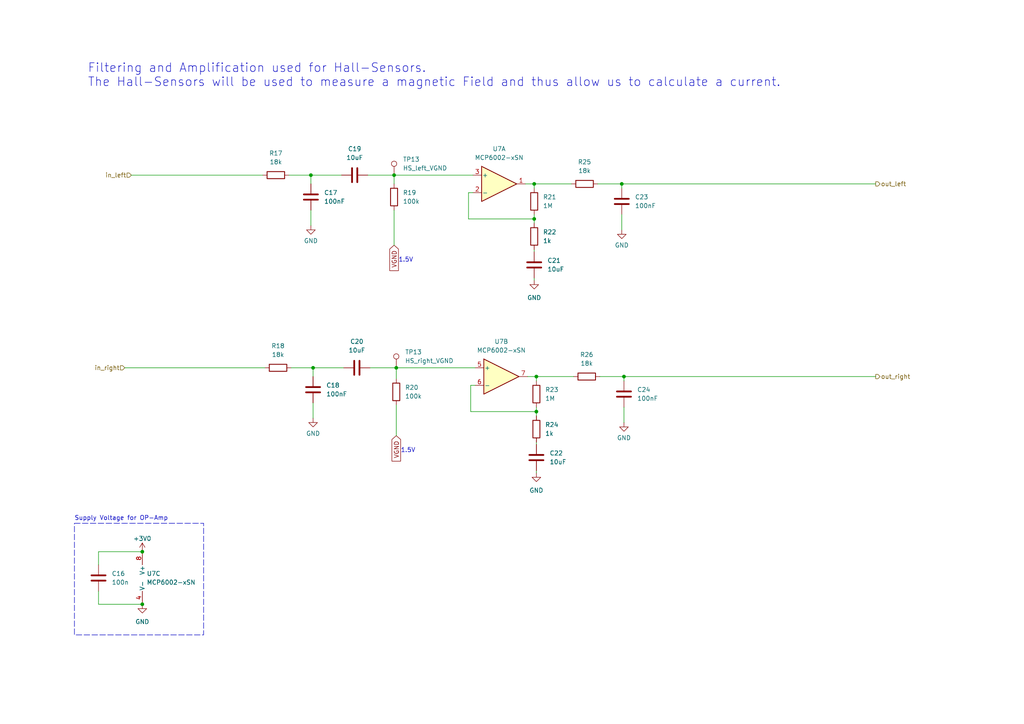
<source format=kicad_sch>
(kicad_sch (version 20230121) (generator eeschema)
  (paper "A4")
  (title_block (title "Amplifiers and Filters for Hall-Sensor") (date "2022-12-22") (rev "V.1.1") (company "ZHAW") (comment 1 "Created by: horvaale & weytim01") (comment 2 "Hall-Sensor's used to measure magnetic Field (current)"))
  (lib_symbols
    (symbol "Amplifier_Operational:MCP6002-xSN" (pin_names (offset 0.127))
      (property "Reference" "U" (at 0 5.08 0))
      (property "Value" "MCP6002-xSN" (at 0 -5.08 0))
      (symbol "MCP6002-xSN_1_1"
        (polyline (pts (xy -5.08 5.08) (xy 5.08 0) (xy -5.08 -5.08) (xy -5.08 5.08)) (stroke (width 0.254)) (fill (type background)))
        (pin output line (at 7.62 0 180) (length 2.54) (name "~") (number "1"))
        (pin input line (at -7.62 -2.54 0) (length 2.54) (name "-") (number "2"))
        (pin input line (at -7.62 2.54 0) (length 2.54) (name "+") (number "3"))
      )
      (symbol "MCP6002-xSN_2_1"
        (polyline (pts (xy -5.08 5.08) (xy 5.08 0) (xy -5.08 -5.08) (xy -5.08 5.08)) (stroke (width 0.254)) (fill (type background)))
        (pin input line (at -7.62 2.54 0) (length 2.54) (name "+") (number "5"))
        (pin input line (at -7.62 -2.54 0) (length 2.54) (name "-") (number "6"))
        (pin output line (at 7.62 0 180) (length 2.54) (name "~") (number "7"))
      )
      (symbol "MCP6002-xSN_3_1"
        (pin power_in line (at -2.54 -7.62 90) (length 3.81) (name "V-") (number "4"))
        (pin power_in line (at -2.54 7.62 270) (length 3.81) (name "V+") (number "8"))
      )
    )
    (symbol "Connector:TestPoint" (pin_numbers hide) (pin_names (offset 0.762) hide)
      (property "Reference" "TP" (at 0 6.858 0))
      (property "Value" "TestPoint" (at 0 5.08 0))
      (symbol "TestPoint_0_1"
        (circle (center 0 3.302) (radius 0.762))
      )
      (symbol "TestPoint_1_1"
        (pin passive line (at 0 0 90) (length 2.54) (name "1") (number "1"))
      )
    )
    (symbol "Device:C" (pin_numbers hide) (pin_names (offset 0.254))
      (property "Reference" "C" (at 0.635 2.54 0))
      (property "Value" "C" (at 0.635 -2.54 0))
      (symbol "C_0_1"
        (polyline (pts (xy -2.032 -0.762) (xy 2.032 -0.762)) (stroke (width 0.508)))
        (polyline (pts (xy -2.032 0.762) (xy 2.032 0.762)) (stroke (width 0.508)))
      )
      (symbol "C_1_1"
        (pin passive line (at 0 3.81 270) (length 2.794) (name "~") (number "1"))
        (pin passive line (at 0 -3.81 90) (length 2.794) (name "~") (number "2"))
      )
    )
    (symbol "Device:R" (pin_numbers hide) (pin_names (offset 0))
      (property "Reference" "R" (at 2.032 0 90))
      (property "Value" "R" (at 0 0 90))
      (symbol "R_0_1"
        (rectangle (start -1.016 -2.54) (end 1.016 2.54) (stroke (width 0.254)))
      )
      (symbol "R_1_1"
        (pin passive line (at 0 3.81 270) (length 1.27) (name "~") (number "1"))
        (pin passive line (at 0 -3.81 90) (length 1.27) (name "~") (number "2"))
      )
    )
    (symbol "power:+3V0" (power) (pin_names (offset 0))
      (property "Value" "+3V0" (at 0 3.556 0))
      (symbol "+3V0_0_1"
        (polyline (pts (xy -0.762 1.27) (xy 0 2.54)))
        (polyline (pts (xy 0 0) (xy 0 2.54)))
        (polyline (pts (xy 0 2.54) (xy 0.762 1.27)))
      )
      (symbol "+3V0_1_1"
        (pin power_in line (at 0 0 90) (length 0) hide (name "+3V0") (number "1"))
      )
    )
    (symbol "power:GND" (power) (pin_names (offset 0))
      (property "Value" "GND" (at 0 -3.81 0))
      (symbol "GND_0_1"
        (polyline (pts (xy 0 0) (xy 0 -1.27) (xy 1.27 -1.27) (xy 0 -2.54) (xy -1.27 -1.27) (xy 0 -1.27)))
      )
      (symbol "GND_1_1"
        (pin power_in line (at 0 0 270) (length 0) hide (name "GND") (number "1"))
      )
    )
  )
  (junction (at 114.935 106.68))
  (junction (at 180.975 109.22))
  (junction (at 154.94 53.34))
  (junction (at 90.17 50.8))
  (junction (at 155.575 119.38))
  (junction (at 114.3 50.8))
  (junction (at 180.34 53.34))
  (junction (at 41.275 175.26))
  (junction (at 155.575 109.22))
  (junction (at 41.275 160.02))
  (junction (at 90.805 106.68))
  (junction (at 154.94 63.5))
  (wire (pts (xy 180.975 118.11) (xy 180.975 122.555)))
  (wire (pts (xy 137.16 55.88) (xy 135.89 55.88)))
  (wire (pts (xy 154.94 72.39) (xy 154.94 73.025)))
  (wire (pts (xy 135.89 55.88) (xy 135.89 63.5)))
  (wire (pts (xy 36.195 106.68) (xy 76.835 106.68)))
  (wire (pts (xy 180.975 109.22) (xy 180.975 110.49)))
  (wire (pts (xy 114.935 106.68) (xy 114.935 109.855)))
  (wire (pts (xy 114.3 50.8) (xy 137.16 50.8)))
  (wire (pts (xy 180.34 53.34) (xy 254 53.34)))
  (wire (pts (xy 180.975 109.22) (xy 254 109.22)))
  (wire (pts (xy 28.575 160.02) (xy 41.275 160.02)))
  (wire (pts (xy 155.575 119.38) (xy 155.575 120.65)))
  (wire (pts (xy 180.34 62.23) (xy 180.34 66.675)))
  (wire (pts (xy 90.17 50.8) (xy 90.17 53.34)))
  (wire (pts (xy 135.89 63.5) (xy 154.94 63.5)))
  (wire (pts (xy 154.94 62.23) (xy 154.94 63.5)))
  (wire (pts (xy 114.3 50.8) (xy 114.3 53.34)))
  (wire (pts (xy 155.575 109.22) (xy 155.575 110.49)))
  (wire (pts (xy 114.935 106.68) (xy 137.795 106.68)))
  (wire (pts (xy 90.805 106.68) (xy 99.695 106.68)))
  (wire (pts (xy 28.575 175.26) (xy 41.275 175.26)))
  (wire (pts (xy 136.525 119.38) (xy 155.575 119.38)))
  (wire (pts (xy 38.1 50.8) (xy 76.2 50.8)))
  (wire (pts (xy 173.99 109.22) (xy 180.975 109.22)))
  (wire (pts (xy 90.805 106.68) (xy 90.805 109.22)))
  (wire (pts (xy 152.4 53.34) (xy 154.94 53.34)))
  (wire (pts (xy 28.575 163.83) (xy 28.575 160.02)))
  (wire (pts (xy 180.34 53.34) (xy 180.34 54.61)))
  (wire (pts (xy 28.575 171.45) (xy 28.575 175.26)))
  (wire (pts (xy 107.315 106.68) (xy 114.935 106.68)))
  (wire (pts (xy 154.94 63.5) (xy 154.94 64.77)))
  (wire (pts (xy 90.17 50.8) (xy 99.06 50.8)))
  (wire (pts (xy 84.455 106.68) (xy 90.805 106.68)))
  (wire (pts (xy 153.035 109.22) (xy 155.575 109.22)))
  (wire (pts (xy 155.575 118.11) (xy 155.575 119.38)))
  (wire (pts (xy 106.68 50.8) (xy 114.3 50.8)))
  (wire (pts (xy 137.795 111.76) (xy 136.525 111.76)))
  (wire (pts (xy 154.94 53.34) (xy 154.94 54.61)))
  (wire (pts (xy 136.525 111.76) (xy 136.525 119.38)))
  (wire (pts (xy 155.575 109.22) (xy 166.37 109.22)))
  (wire (pts (xy 155.575 128.27) (xy 155.575 128.905)))
  (wire (pts (xy 173.355 53.34) (xy 180.34 53.34)))
  (wire (pts (xy 155.575 136.525) (xy 155.575 137.16)))
  (wire (pts (xy 114.935 117.475) (xy 114.935 126.365)))
  (wire (pts (xy 154.94 80.645) (xy 154.94 81.28)))
  (wire (pts (xy 90.805 116.84) (xy 90.805 121.285)))
  (wire (pts (xy 114.3 60.96) (xy 114.3 71.12)))
  (wire (pts (xy 90.17 60.96) (xy 90.17 65.405)))
  (wire (pts (xy 154.94 53.34) (xy 165.735 53.34)))
  (wire (pts (xy 83.82 50.8) (xy 90.17 50.8)))
  (rectangle (start 21.59 151.765) (end 59.055 184.15) (stroke (width 0) (type dash)))
  (text "1.5V\n" (at 116.205 131.445 0) (effects (font (size 1.27 1.27)) (justify left bottom)))
  (text "Filtering and Amplification used for Hall-Sensors.\nThe Hall-Sensors will be used to measure a magnetic Field and thus allow us to calculate a current." (at 25.4 25.4 0) (effects (font (size 2.54 2.54)) (justify left bottom)))
  (text "Supply Voltage for OP-Amp\n" (at 21.59 151.13 0) (effects (font (size 1.27 1.27)) (justify left bottom)))
  (text "1.5V\n" (at 115.57 76.2 0) (effects (font (size 1.27 1.27)) (justify left bottom)))
  (global_label "VGND" (shape input) (at 114.935 126.365 270) (property "Intersheetrefs" "${INTERSHEET_REFS}" (effects hide)))
  (global_label "VGND" (shape input) (at 114.3 71.12 270) (property "Intersheetrefs" "${INTERSHEET_REFS}" (effects hide)))
  (hierarchical_label "in_right" (shape input) (at 36.195 106.68 180))
  (hierarchical_label "in_left" (shape input) (at 38.1 50.8 180))
  (hierarchical_label "out_left" (shape output) (at 254 53.34 0))
  (hierarchical_label "out_right" (shape output) (at 254 109.22 0))
  (symbol (lib_id "Device:C") (at 154.94 76.835 0) (unit 1)
    (property "Reference" "C21" (at 158.75 75.565 0) (effects (justify left)))
    (property "Value" "10uF" (at 158.75 78.105 0) (effects (justify left)))
    (property "Footprint" "Capacitor_SMD:C_0805_2012Metric_Pad1.18x1.45mm_HandSolder" (effects hide))
  )
  (symbol (lib_id "Device:C") (at 180.975 114.3 0) (unit 1)
    (property "Reference" "C24" (at 184.785 113.03 0) (effects (justify left)))
    (property "Value" "100nF" (at 184.785 115.57 0) (effects (justify left)))
    (property "Footprint" "Capacitor_SMD:C_0805_2012Metric_Pad1.18x1.45mm_HandSolder" (effects hide))
  )
  (symbol (lib_id "Amplifier_Operational:MCP6002-xSN") (at 145.415 109.22 0) (unit 2)
    (property "Reference" "U7" (at 145.415 99.06 0))
    (property "Value" "MCP6002-xSN" (at 145.415 101.6 0))
    (property "Footprint" "Package_SO:SOIC-8_3.9x4.9mm_P1.27mm" (effects hide))
    (property "Datasheet" "http://ww1.microchip.com/downloads/en/DeviceDoc/21733j.pdf" (effects hide))
    (property "Sim.Library" "spice\\MCP6002.lib" (effects hide))
    (property "Sim.Name" "MCP6002" (effects hide))
    (property "Sim.Pins" "1=1out 2=1in- 3=1in+ 4=vcc- 5=2in+ 6=2in- 7=2out 8=vcc+" (effects hide))
  )
  (symbol (lib_id "Connector:TestPoint") (at 114.3 50.8 0) (unit 1)
    (property "Reference" "TP13" (at 116.84 46.228 0) (effects (justify left)))
    (property "Value" "HS_left_VGND" (at 116.84 48.768 0) (effects (justify left)))
    (property "Footprint" "TestPoint:TestPoint_Loop_D2.60mm_Drill1.6mm_Beaded" (effects hide))
    (property "Sim.Enable" "0" (effects hide))
    (property "Sim.Device" "SPICE" (effects hide))
    (property "Sim.Params" "type=\"R\" model=\"coil_left\" lib=\"\"" (effects hide))
    (property "Sim.Pins" "1=1" (effects hide))
    (instances (project "Cable_Monitor" (path "" (reference "TP13") (unit 1)) (path "" (reference "TP21") (unit 1))))
  )
  (symbol (lib_id "power:GND") (at 180.975 122.555 0) (unit 1)
    (property "Reference" "#PWR050" (effects hide))
    (property "Value" "GND" (at 180.975 127 0))
  )
  (symbol (lib_id "power:GND") (at 155.575 137.16 0) (unit 1)
    (property "Reference" "#PWR048" (effects hide))
    (property "Value" "GND" (at 155.575 142.24 0))
  )
  (symbol (lib_id "Device:C") (at 90.17 57.15 180) (unit 1)
    (property "Reference" "C17" (at 93.98 55.88 0) (effects (justify right)))
    (property "Value" "100nF" (at 93.98 58.42 0) (effects (justify right)))
    (property "Footprint" "Capacitor_SMD:C_0805_2012Metric_Pad1.18x1.45mm_HandSolder" (effects hide))
  )
  (symbol (lib_id "Device:R") (at 80.645 106.68 90) (unit 1)
    (property "Reference" "R18" (at 80.645 100.33 90))
    (property "Value" "18k" (at 80.645 102.87 90))
    (property "Footprint" "Resistor_SMD:R_0805_2012Metric_Pad1.20x1.40mm_HandSolder" (effects hide))
  )
  (symbol (lib_id "Device:C") (at 180.34 58.42 0) (unit 1)
    (property "Reference" "C23" (at 184.15 57.15 0) (effects (justify left)))
    (property "Value" "100nF" (at 184.15 59.69 0) (effects (justify left)))
    (property "Footprint" "Capacitor_SMD:C_0805_2012Metric_Pad1.18x1.45mm_HandSolder" (effects hide))
  )
  (symbol (lib_id "Device:R") (at 114.935 113.665 0) (unit 1)
    (property "Reference" "R20" (at 117.475 112.395 0) (effects (justify left)))
    (property "Value" "100k" (at 117.475 114.935 0) (effects (justify left)))
    (property "Footprint" "Resistor_SMD:R_0805_2012Metric_Pad1.20x1.40mm_HandSolder" (effects hide))
  )
  (symbol (lib_id "Device:C") (at 102.87 50.8 90) (unit 1)
    (property "Reference" "C19" (at 102.87 43.18 90))
    (property "Value" "10uF" (at 102.87 45.72 90))
    (property "Footprint" "Capacitor_SMD:C_0805_2012Metric_Pad1.18x1.45mm_HandSolder" (effects hide))
  )
  (symbol (lib_id "power:GND") (at 180.34 66.675 0) (unit 1)
    (property "Reference" "#PWR049" (effects hide))
    (property "Value" "GND" (at 180.34 71.12 0))
  )
  (symbol (lib_id "Device:R") (at 80.01 50.8 90) (unit 1)
    (property "Reference" "R17" (at 80.01 44.45 90))
    (property "Value" "18k" (at 80.01 46.99 90))
    (property "Footprint" "Resistor_SMD:R_0805_2012Metric_Pad1.20x1.40mm_HandSolder" (effects hide))
  )
  (symbol (lib_id "Device:R") (at 154.94 68.58 0) (unit 1)
    (property "Reference" "R22" (at 157.48 67.3099 0) (effects (justify left)))
    (property "Value" "1k" (at 157.48 69.8499 0) (effects (justify left)))
    (property "Footprint" "Resistor_SMD:R_0805_2012Metric_Pad1.20x1.40mm_HandSolder" (effects hide))
  )
  (symbol (lib_id "Amplifier_Operational:MCP6002-xSN") (at 144.78 53.34 0) (unit 1)
    (property "Reference" "U7" (at 144.78 43.18 0))
    (property "Value" "MCP6002-xSN" (at 144.78 45.72 0))
    (property "Footprint" "Package_SO:SOIC-8_3.9x4.9mm_P1.27mm" (effects hide))
    (property "Datasheet" "http://ww1.microchip.com/downloads/en/DeviceDoc/21733j.pdf" (effects hide))
    (property "Sim.Library" "spice\\MCP6002.lib" (effects hide))
    (property "Sim.Name" "MCP6002" (effects hide))
    (property "Sim.Pins" "1=1out 2=1in- 3=1in+ 4=vcc- 5=2in+ 6=2in- 7=2out 8=vcc+" (effects hide))
  )
  (symbol (lib_id "Device:C") (at 28.575 167.64 0) (unit 1)
    (property "Reference" "C16" (at 32.385 166.3699 0) (effects (justify left)))
    (property "Value" "100n" (at 32.385 168.9099 0) (effects (justify left)))
    (property "Footprint" "Capacitor_SMD:C_0805_2012Metric_Pad1.18x1.45mm_HandSolder" (effects hide))
  )
  (symbol (lib_id "Device:R") (at 170.18 109.22 90) (unit 1)
    (property "Reference" "R26" (at 170.18 102.87 90))
    (property "Value" "18k" (at 170.18 105.41 90))
    (property "Footprint" "Resistor_SMD:R_0805_2012Metric_Pad1.20x1.40mm_HandSolder" (effects hide))
  )
  (symbol (lib_id "power:GND") (at 41.275 175.26 0) (unit 1)
    (property "Reference" "#PWR044" (effects hide))
    (property "Value" "GND" (at 41.275 180.34 0))
  )
  (symbol (lib_id "Device:R") (at 154.94 58.42 0) (unit 1)
    (property "Reference" "R21" (at 157.48 57.1499 0) (effects (justify left)))
    (property "Value" "1M" (at 157.48 59.6899 0) (effects (justify left)))
    (property "Footprint" "Resistor_SMD:R_0805_2012Metric_Pad1.20x1.40mm_HandSolder" (effects hide))
  )
  (symbol (lib_id "Device:C") (at 90.805 113.03 180) (unit 1)
    (property "Reference" "C18" (at 94.615 111.76 0) (effects (justify right)))
    (property "Value" "100nF" (at 94.615 114.3 0) (effects (justify right)))
    (property "Footprint" "Capacitor_SMD:C_0805_2012Metric_Pad1.18x1.45mm_HandSolder" (effects hide))
  )
  (symbol (lib_id "Device:R") (at 155.575 114.3 0) (unit 1)
    (property "Reference" "R23" (at 158.115 113.0299 0) (effects (justify left)))
    (property "Value" "1M" (at 158.115 115.5699 0) (effects (justify left)))
    (property "Footprint" "Resistor_SMD:R_0805_2012Metric_Pad1.20x1.40mm_HandSolder" (effects hide))
  )
  (symbol (lib_id "power:GND") (at 154.94 81.28 0) (unit 1)
    (property "Reference" "#PWR047" (effects hide))
    (property "Value" "GND" (at 154.94 86.36 0))
  )
  (symbol (lib_id "Device:C") (at 155.575 132.715 0) (unit 1)
    (property "Reference" "C22" (at 159.385 131.445 0) (effects (justify left)))
    (property "Value" "10uF" (at 159.385 133.985 0) (effects (justify left)))
    (property "Footprint" "Capacitor_SMD:C_0805_2012Metric_Pad1.18x1.45mm_HandSolder" (effects hide))
  )
  (symbol (lib_id "Device:C") (at 103.505 106.68 90) (unit 1)
    (property "Reference" "C20" (at 103.505 99.06 90))
    (property "Value" "10uF" (at 103.505 101.6 90))
    (property "Footprint" "Capacitor_SMD:C_0805_2012Metric_Pad1.18x1.45mm_HandSolder" (effects hide))
  )
  (symbol (lib_id "Device:R") (at 169.545 53.34 90) (unit 1)
    (property "Reference" "R25" (at 169.545 46.99 90))
    (property "Value" "18k" (at 169.545 49.53 90))
    (property "Footprint" "Resistor_SMD:R_0805_2012Metric_Pad1.20x1.40mm_HandSolder" (effects hide))
  )
  (symbol (lib_id "Device:R") (at 155.575 124.46 0) (unit 1)
    (property "Reference" "R24" (at 158.115 123.1899 0) (effects (justify left)))
    (property "Value" "1k" (at 158.115 125.7299 0) (effects (justify left)))
    (property "Footprint" "Resistor_SMD:R_0805_2012Metric_Pad1.20x1.40mm_HandSolder" (effects hide))
  )
  (symbol (lib_id "Amplifier_Operational:MCP6002-xSN") (at 43.815 167.64 0) (unit 3)
    (property "Reference" "U7" (at 42.545 166.3699 0) (effects (justify left)))
    (property "Value" "MCP6002-xSN" (at 42.545 168.9099 0) (effects (justify left)))
    (property "Footprint" "Package_SO:SOIC-8_3.9x4.9mm_P1.27mm" (effects hide))
    (property "Datasheet" "http://ww1.microchip.com/downloads/en/DeviceDoc/21733j.pdf" (effects hide))
    (property "Sim.Library" "spice\\MCP6002.lib" (effects hide))
    (property "Sim.Name" "MCP6002" (effects hide))
    (property "Sim.Pins" "1=1out 2=1in- 3=1in+ 4=vcc- 5=2in+ 6=2in- 7=2out 8=vcc+" (effects hide))
  )
  (symbol (lib_id "Connector:TestPoint") (at 114.935 106.68 0) (unit 1)
    (property "Reference" "TP13" (at 117.475 102.108 0) (effects (justify left)))
    (property "Value" "HS_right_VGND" (at 117.475 104.648 0) (effects (justify left)))
    (property "Footprint" "TestPoint:TestPoint_Loop_D2.60mm_Drill1.6mm_Beaded" (effects hide))
    (property "Sim.Enable" "0" (effects hide))
    (property "Sim.Device" "SPICE" (effects hide))
    (property "Sim.Params" "type=\"R\" model=\"coil_left\" lib=\"\"" (effects hide))
    (property "Sim.Pins" "1=1" (effects hide))
    (instances (project "Cable_Monitor" (path "" (reference "TP13") (unit 1)) (path "" (reference "TP22") (unit 1))))
  )
  (symbol (lib_id "power:GND") (at 90.17 65.405 0) (unit 1)
    (property "Reference" "#PWR045" (effects hide))
    (property "Value" "GND" (at 90.17 69.85 0))
  )
  (symbol (lib_id "Device:R") (at 114.3 57.15 0) (unit 1)
    (property "Reference" "R19" (at 116.84 55.88 0) (effects (justify left)))
    (property "Value" "100k" (at 116.84 58.42 0) (effects (justify left)))
    (property "Footprint" "Resistor_SMD:R_0805_2012Metric_Pad1.20x1.40mm_HandSolder" (effects hide))
  )
  (symbol (lib_id "power:GND") (at 90.805 121.285 0) (unit 1)
    (property "Reference" "#PWR046" (effects hide))
    (property "Value" "GND" (at 90.805 125.73 0))
  )
  (symbol (lib_id "power:+3V0") (at 41.275 160.02 0) (unit 1)
    (property "Reference" "#PWR043" (effects hide))
    (property "Value" "+3V0" (at 41.275 156.21 0))
  )
)
</source>
